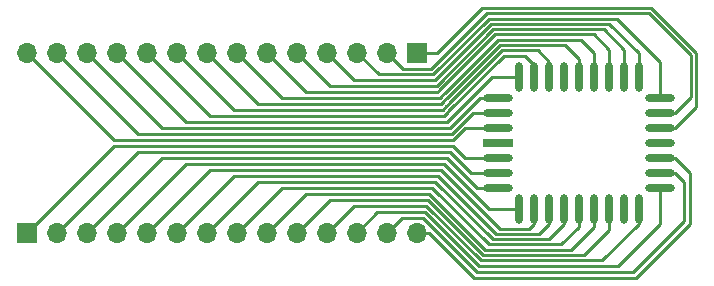
<source format=gbr>
%TF.GenerationSoftware,KiCad,Pcbnew,(6.0.0-0)*%
%TF.CreationDate,2022-01-31T01:53:58-05:00*%
%TF.ProjectId,PLCC32-Adapter,504c4343-3332-42d4-9164-61707465722e,rev?*%
%TF.SameCoordinates,Original*%
%TF.FileFunction,Copper,L1,Top*%
%TF.FilePolarity,Positive*%
%FSLAX46Y46*%
G04 Gerber Fmt 4.6, Leading zero omitted, Abs format (unit mm)*
G04 Created by KiCad (PCBNEW (6.0.0-0)) date 2022-01-31 01:53:58*
%MOMM*%
%LPD*%
G01*
G04 APERTURE LIST*
G04 Aperture macros list*
%AMRoundRect*
0 Rectangle with rounded corners*
0 $1 Rounding radius*
0 $2 $3 $4 $5 $6 $7 $8 $9 X,Y pos of 4 corners*
0 Add a 4 corners polygon primitive as box body*
4,1,4,$2,$3,$4,$5,$6,$7,$8,$9,$2,$3,0*
0 Add four circle primitives for the rounded corners*
1,1,$1+$1,$2,$3*
1,1,$1+$1,$4,$5*
1,1,$1+$1,$6,$7*
1,1,$1+$1,$8,$9*
0 Add four rect primitives between the rounded corners*
20,1,$1+$1,$2,$3,$4,$5,0*
20,1,$1+$1,$4,$5,$6,$7,0*
20,1,$1+$1,$6,$7,$8,$9,0*
20,1,$1+$1,$8,$9,$2,$3,0*%
G04 Aperture macros list end*
%TA.AperFunction,SMDPad,CuDef*%
%ADD10R,2.535553X0.644962*%
%TD*%
%TA.AperFunction,SMDPad,CuDef*%
%ADD11RoundRect,0.322481X0.945295X0.000000X0.945295X0.000000X-0.945295X0.000000X-0.945295X0.000000X0*%
%TD*%
%TA.AperFunction,SMDPad,CuDef*%
%ADD12RoundRect,0.322481X0.000000X-0.945295X0.000000X0.945295X0.000000X0.945295X0.000000X-0.945295X0*%
%TD*%
%TA.AperFunction,ComponentPad*%
%ADD13R,1.700000X1.700000*%
%TD*%
%TA.AperFunction,ComponentPad*%
%ADD14O,1.700000X1.700000*%
%TD*%
%TA.AperFunction,Conductor*%
%ADD15C,0.250000*%
%TD*%
G04 APERTURE END LIST*
D10*
%TO.P,U1,1,nc*%
%TO.N,unconnected-(U1-Pad1)*%
X147842448Y-112014000D03*
D11*
%TO.P,U1,2,A14*%
%TO.N,Net-(J2-Pad1)*%
X147842448Y-113284000D03*
%TO.P,U1,3,A12*%
%TO.N,Net-(J2-Pad2)*%
X147842448Y-114554000D03*
%TO.P,U1,4,A7*%
%TO.N,Net-(J2-Pad3)*%
X147842448Y-115824000D03*
D12*
%TO.P,U1,5,A6*%
%TO.N,Net-(J2-Pad4)*%
X149606000Y-117587552D03*
%TO.P,U1,6,A5*%
%TO.N,Net-(J2-Pad5)*%
X150876000Y-117587552D03*
%TO.P,U1,7,A4*%
%TO.N,Net-(J2-Pad6)*%
X152146000Y-117587552D03*
%TO.P,U1,8,A3*%
%TO.N,Net-(J2-Pad7)*%
X153416000Y-117587552D03*
%TO.P,U1,9,A2*%
%TO.N,Net-(J2-Pad8)*%
X154686000Y-117587552D03*
%TO.P,U1,10,A1*%
%TO.N,Net-(J2-Pad9)*%
X155956000Y-117587552D03*
%TO.P,U1,11,A0*%
%TO.N,Net-(J2-Pad10)*%
X157226000Y-117587552D03*
%TO.P,U1,12,nc*%
%TO.N,unconnected-(U1-Pad12)*%
X158496000Y-117587552D03*
%TO.P,U1,13,I/O0*%
%TO.N,Net-(J2-Pad11)*%
X159766000Y-117587552D03*
D11*
%TO.P,U1,14,I/O1*%
%TO.N,Net-(J2-Pad12)*%
X161529553Y-115824000D03*
%TO.P,U1,15,I/O2*%
%TO.N,Net-(J2-Pad13)*%
X161529553Y-114554000D03*
%TO.P,U1,16,Gnd*%
%TO.N,GND*%
X161529553Y-113284000D03*
%TO.P,U1,17,nc*%
%TO.N,unconnected-(U1-Pad17)*%
X161529553Y-112014000D03*
%TO.P,U1,18,I/O3*%
%TO.N,Net-(J1-Pad1)*%
X161529553Y-110744000D03*
%TO.P,U1,19,I/O4*%
%TO.N,Net-(J1-Pad2)*%
X161529553Y-109474000D03*
%TO.P,U1,20,I/O5*%
%TO.N,Net-(J1-Pad3)*%
X161529553Y-108204000D03*
D12*
%TO.P,U1,21,I/O6*%
%TO.N,Net-(J1-Pad4)*%
X159766000Y-106440447D03*
%TO.P,U1,22,I/O7*%
%TO.N,Net-(J1-Pad5)*%
X158496000Y-106440447D03*
%TO.P,U1,23,~{CE}*%
%TO.N,Net-(J1-Pad6)*%
X157226000Y-106440447D03*
%TO.P,U1,24,A10*%
%TO.N,Net-(J1-Pad7)*%
X155956000Y-106440447D03*
%TO.P,U1,25,~{OE}*%
%TO.N,Net-(J1-Pad8)*%
X154686000Y-106440447D03*
%TO.P,U1,26,NC*%
%TO.N,unconnected-(U1-Pad26)*%
X153416000Y-106440447D03*
%TO.P,U1,27,A11*%
%TO.N,Net-(J1-Pad9)*%
X152146000Y-106440447D03*
%TO.P,U1,28,A9*%
%TO.N,Net-(J1-Pad10)*%
X150876000Y-106440447D03*
%TO.P,U1,29,A8*%
%TO.N,Net-(J1-Pad11)*%
X149606000Y-106440447D03*
D11*
%TO.P,U1,30,A14*%
%TO.N,Net-(J1-Pad12)*%
X147842448Y-108204000D03*
%TO.P,U1,31,~{WE}*%
%TO.N,Net-(J1-Pad13)*%
X147842448Y-109474000D03*
%TO.P,U1,32,Vcc*%
%TO.N,VCC*%
X147842448Y-110744000D03*
%TD*%
D13*
%TO.P,J1,1,Pin_1*%
%TO.N,Net-(J1-Pad1)*%
X140970000Y-104394000D03*
D14*
%TO.P,J1,2,Pin_2*%
%TO.N,Net-(J1-Pad2)*%
X138430000Y-104394000D03*
%TO.P,J1,3,Pin_3*%
%TO.N,Net-(J1-Pad3)*%
X135890000Y-104394000D03*
%TO.P,J1,4,Pin_4*%
%TO.N,Net-(J1-Pad4)*%
X133350000Y-104394000D03*
%TO.P,J1,5,Pin_5*%
%TO.N,Net-(J1-Pad5)*%
X130810000Y-104394000D03*
%TO.P,J1,6,Pin_6*%
%TO.N,Net-(J1-Pad6)*%
X128270000Y-104394000D03*
%TO.P,J1,7,Pin_7*%
%TO.N,Net-(J1-Pad7)*%
X125730000Y-104394000D03*
%TO.P,J1,8,Pin_8*%
%TO.N,Net-(J1-Pad8)*%
X123190000Y-104394000D03*
%TO.P,J1,9,Pin_9*%
%TO.N,Net-(J1-Pad9)*%
X120650000Y-104394000D03*
%TO.P,J1,10,Pin_10*%
%TO.N,Net-(J1-Pad10)*%
X118110000Y-104394000D03*
%TO.P,J1,11,Pin_11*%
%TO.N,Net-(J1-Pad11)*%
X115570000Y-104394000D03*
%TO.P,J1,12,Pin_12*%
%TO.N,Net-(J1-Pad12)*%
X113030000Y-104394000D03*
%TO.P,J1,13,Pin_13*%
%TO.N,Net-(J1-Pad13)*%
X110490000Y-104394000D03*
%TO.P,J1,14,Pin_14*%
%TO.N,VCC*%
X107950000Y-104394000D03*
%TD*%
D13*
%TO.P,J2,1,Pin_1*%
%TO.N,Net-(J2-Pad1)*%
X107950000Y-119634000D03*
D14*
%TO.P,J2,2,Pin_2*%
%TO.N,Net-(J2-Pad2)*%
X110490000Y-119634000D03*
%TO.P,J2,3,Pin_3*%
%TO.N,Net-(J2-Pad3)*%
X113030000Y-119634000D03*
%TO.P,J2,4,Pin_4*%
%TO.N,Net-(J2-Pad4)*%
X115570000Y-119634000D03*
%TO.P,J2,5,Pin_5*%
%TO.N,Net-(J2-Pad5)*%
X118110000Y-119634000D03*
%TO.P,J2,6,Pin_6*%
%TO.N,Net-(J2-Pad6)*%
X120650000Y-119634000D03*
%TO.P,J2,7,Pin_7*%
%TO.N,Net-(J2-Pad7)*%
X123190000Y-119634000D03*
%TO.P,J2,8,Pin_8*%
%TO.N,Net-(J2-Pad8)*%
X125730000Y-119634000D03*
%TO.P,J2,9,Pin_9*%
%TO.N,Net-(J2-Pad9)*%
X128270000Y-119634000D03*
%TO.P,J2,10,Pin_10*%
%TO.N,Net-(J2-Pad10)*%
X130810000Y-119634000D03*
%TO.P,J2,11,Pin_11*%
%TO.N,Net-(J2-Pad11)*%
X133350000Y-119634000D03*
%TO.P,J2,12,Pin_12*%
%TO.N,Net-(J2-Pad12)*%
X135890000Y-119634000D03*
%TO.P,J2,13,Pin_13*%
%TO.N,Net-(J2-Pad13)*%
X138430000Y-119634000D03*
%TO.P,J2,14,Pin_14*%
%TO.N,GND*%
X140970000Y-119634000D03*
%TD*%
D15*
%TO.N,Net-(J1-Pad1)*%
X146428888Y-100584000D02*
X160783407Y-100584000D01*
X142618888Y-104394000D02*
X146428888Y-100584000D01*
X162814000Y-110744000D02*
X161529553Y-110744000D01*
X164592000Y-108966000D02*
X162814000Y-110744000D01*
X140970000Y-104394000D02*
X142618888Y-104394000D01*
X160783407Y-100584000D02*
X164592000Y-104392593D01*
X164592000Y-104392593D02*
X164592000Y-108966000D01*
%TO.N,Net-(J1-Pad2)*%
X162814000Y-109474000D02*
X161529553Y-109474000D01*
X142123022Y-105780978D02*
X146852089Y-101051911D01*
X138430000Y-104394000D02*
X139816978Y-105780978D01*
X164142489Y-108145511D02*
X162814000Y-109474000D01*
X160615615Y-101051911D02*
X164142489Y-104578785D01*
X139816978Y-105780978D02*
X142123022Y-105780978D01*
X164142489Y-104578785D02*
X164142489Y-108145511D01*
X146852089Y-101051911D02*
X160615615Y-101051911D01*
%TO.N,Net-(J1-Pad3)*%
X135890000Y-104394000D02*
X137726489Y-106230489D01*
X142309216Y-106230488D02*
X147038282Y-101501422D01*
X147038282Y-101501422D02*
X157869378Y-101501422D01*
X137726489Y-106230489D02*
X142309216Y-106230488D01*
X161529553Y-105161597D02*
X161529553Y-108204000D01*
X157869378Y-101501422D02*
X161529553Y-105161597D01*
%TO.N,Net-(J1-Pad4)*%
X135636000Y-106680000D02*
X142495410Y-106679998D01*
X159766000Y-104457148D02*
X159766000Y-106440447D01*
X142495410Y-106679998D02*
X147224475Y-101950933D01*
X147224475Y-101950933D02*
X157259785Y-101950933D01*
X157259785Y-101950933D02*
X159766000Y-104457148D01*
X133350000Y-104394000D02*
X135636000Y-106680000D01*
%TO.N,Net-(J1-Pad5)*%
X130810000Y-104394000D02*
X133604000Y-107188000D01*
X147410668Y-102400444D02*
X156756444Y-102400444D01*
X142623112Y-107188000D02*
X147410668Y-102400444D01*
X156756444Y-102400444D02*
X158496000Y-104140000D01*
X133604000Y-107188000D02*
X142623112Y-107188000D01*
X158496000Y-104140000D02*
X158496000Y-106440447D01*
%TO.N,Net-(J1-Pad6)*%
X131572000Y-107696000D02*
X142745184Y-107696000D01*
X142867798Y-107579018D02*
X147596861Y-102849955D01*
X128270000Y-104394000D02*
X131572000Y-107696000D01*
X157226000Y-104140000D02*
X157226000Y-106440447D01*
X142745184Y-107696000D02*
X142862166Y-107579018D01*
X147596861Y-102849955D02*
X155935955Y-102849955D01*
X142862166Y-107579018D02*
X142867798Y-107579018D01*
X155935955Y-102849955D02*
X157226000Y-104140000D01*
%TO.N,Net-(J1-Pad7)*%
X147783054Y-103299466D02*
X154861466Y-103299466D01*
X143317388Y-107765179D02*
X143317388Y-107765132D01*
X143054023Y-108028497D02*
X143054070Y-108028497D01*
X143054151Y-108028464D02*
X143188587Y-107893980D01*
X143053992Y-108028528D02*
X143054023Y-108028497D01*
X142872888Y-108204000D02*
X143048359Y-108028529D01*
X143054103Y-108028464D02*
X143054151Y-108028464D01*
X143317388Y-107765132D02*
X147783054Y-103299466D01*
X125730000Y-104394000D02*
X129540000Y-108204000D01*
X143054070Y-108028497D02*
X143054103Y-108028464D01*
X129540000Y-108204000D02*
X142872888Y-108204000D01*
X154861466Y-103299466D02*
X155956000Y-104394000D01*
X155956000Y-104394000D02*
X155956000Y-106440447D01*
X143188587Y-107893980D02*
X143317388Y-107765179D01*
X143048359Y-108028529D02*
X143053992Y-108028528D01*
%TO.N,Net-(J1-Pad8)*%
X143240186Y-108478038D02*
X143240216Y-108478008D01*
X154686000Y-104902000D02*
X154686000Y-106440447D01*
X143240216Y-108478008D02*
X143240264Y-108478007D01*
X143240425Y-108477942D02*
X143374861Y-108343458D01*
X143503662Y-108214657D02*
X143503662Y-108214611D01*
X143503662Y-108214611D02*
X143509265Y-108209006D01*
X143240264Y-108478007D02*
X143240296Y-108477975D01*
X153532977Y-103748977D02*
X154686000Y-104902000D01*
X143509265Y-108209006D02*
X143766899Y-107951372D01*
X143234554Y-108478038D02*
X143240186Y-108478038D01*
X127508000Y-108712000D02*
X143000592Y-108712000D01*
X147969247Y-103748977D02*
X153532977Y-103748977D01*
X123190000Y-104394000D02*
X127508000Y-108712000D01*
X143766899Y-107951325D02*
X147969247Y-103748977D01*
X143000592Y-108712000D02*
X143234554Y-108478038D01*
X143240344Y-108477975D02*
X143240377Y-108477942D01*
X143240296Y-108477975D02*
X143240344Y-108477975D01*
X143240377Y-108477942D02*
X143240425Y-108477942D01*
X143766899Y-107951372D02*
X143766899Y-107951325D01*
X143374861Y-108343458D02*
X143503662Y-108214657D01*
%TO.N,Net-(J1-Pad9)*%
X120650000Y-104394000D02*
X125476000Y-109220000D01*
X143953173Y-108400802D02*
X144216410Y-108137565D01*
X143953173Y-108400850D02*
X143953173Y-108400802D01*
X125476000Y-109220000D02*
X143128296Y-109220000D01*
X152146000Y-105156000D02*
X152146000Y-106440447D01*
X143689936Y-108664135D02*
X143689936Y-108664089D01*
X143430465Y-108923653D02*
X143435780Y-108923542D01*
X143426489Y-108927486D02*
X143426538Y-108927485D01*
X144216410Y-108137565D02*
X144216410Y-108137518D01*
X143426570Y-108927453D02*
X143426618Y-108927453D01*
X143128296Y-109220000D02*
X143420747Y-108927549D01*
X151188489Y-104198489D02*
X152146000Y-105156000D01*
X148155439Y-104198489D02*
X151188489Y-104198489D01*
X143689936Y-108664089D02*
X143695539Y-108658484D01*
X143426618Y-108927453D02*
X143426651Y-108927420D01*
X143426651Y-108927420D02*
X143426699Y-108927420D01*
X143426411Y-108927517D02*
X143426458Y-108927517D01*
X143559169Y-108794902D02*
X143689936Y-108664135D01*
X143695539Y-108658484D02*
X143953173Y-108400850D01*
X143435780Y-108923542D02*
X143559169Y-108794902D01*
X143420747Y-108927549D02*
X143426380Y-108927548D01*
X143426538Y-108927485D02*
X143426570Y-108927453D01*
X143426699Y-108927420D02*
X143430465Y-108923653D01*
X143426380Y-108927548D02*
X143426411Y-108927517D01*
X144216410Y-108137518D02*
X148155439Y-104198489D01*
X143426458Y-108927517D02*
X143426489Y-108927486D01*
%TO.N,Net-(J1-Pad10)*%
X143612892Y-109376931D02*
X143612917Y-109376906D01*
X143612844Y-109376931D02*
X143612892Y-109376931D01*
X143612952Y-109376906D02*
X143616648Y-109373209D01*
X143621864Y-109373103D02*
X143625616Y-109369194D01*
X143612684Y-109376995D02*
X143612732Y-109376995D01*
X150876000Y-105410000D02*
X150876000Y-106440447D01*
X148341632Y-104658741D02*
X148341632Y-104648000D01*
X143612574Y-109377058D02*
X143612604Y-109377028D01*
X143612604Y-109377028D02*
X143612652Y-109377027D01*
X143612732Y-109376995D02*
X143612763Y-109376964D01*
X143256000Y-109728000D02*
X143606942Y-109377058D01*
X143625616Y-109369194D02*
X143631297Y-109369076D01*
X143616648Y-109373209D02*
X143621864Y-109373103D01*
X143612917Y-109376906D02*
X143612952Y-109376906D01*
X143606942Y-109377058D02*
X143612574Y-109377058D01*
X150114000Y-104648000D02*
X150876000Y-105410000D01*
X143612812Y-109376963D02*
X143612844Y-109376931D01*
X118110000Y-104394000D02*
X123444000Y-109728000D01*
X148341632Y-104648000D02*
X150114000Y-104648000D01*
X123444000Y-109728000D02*
X143256000Y-109728000D01*
X143612763Y-109376964D02*
X143612812Y-109376963D01*
X143631297Y-109369076D02*
X148341632Y-104658741D01*
X143612652Y-109377027D02*
X143612684Y-109376995D01*
%TO.N,Net-(J1-Pad11)*%
X143510000Y-110236000D02*
X147305553Y-106440447D01*
X121412000Y-110236000D02*
X143510000Y-110236000D01*
X147305553Y-106440447D02*
X149606000Y-106440447D01*
X115570000Y-104394000D02*
X121412000Y-110236000D01*
%TO.N,Net-(J1-Pad12)*%
X143762592Y-110744000D02*
X146302592Y-108204000D01*
X119380000Y-110744000D02*
X143762592Y-110744000D01*
X146302592Y-108204000D02*
X147842448Y-108204000D01*
X113030000Y-104394000D02*
X119380000Y-110744000D01*
%TO.N,Net-(J1-Pad13)*%
X145668296Y-109474000D02*
X143890296Y-111252000D01*
X147842448Y-109474000D02*
X145668296Y-109474000D01*
X143890296Y-111252000D02*
X117348000Y-111252000D01*
X117348000Y-111252000D02*
X110490000Y-104394000D01*
%TO.N,Net-(J2-Pad1)*%
X115316000Y-112268000D02*
X107950000Y-119634000D01*
X144018000Y-112268000D02*
X115316000Y-112268000D01*
X147842448Y-113284000D02*
X145034000Y-113284000D01*
X145034000Y-113284000D02*
X144018000Y-112268000D01*
%TO.N,Net-(J2-Pad2)*%
X117348000Y-112776000D02*
X143764000Y-112776000D01*
X143764000Y-112776000D02*
X145542000Y-114554000D01*
X110490000Y-119634000D02*
X117348000Y-112776000D01*
X145542000Y-114554000D02*
X147842448Y-114554000D01*
%TO.N,Net-(J2-Pad3)*%
X147842448Y-115824000D02*
X146050000Y-115824000D01*
X146050000Y-115824000D02*
X143510000Y-113284000D01*
X143510000Y-113284000D02*
X119380000Y-113284000D01*
X119380000Y-113284000D02*
X113030000Y-119634000D01*
%TO.N,Net-(J2-Pad4)*%
X121412000Y-113792000D02*
X143256000Y-113792000D01*
X147051552Y-117587552D02*
X149606000Y-117587552D01*
X143256000Y-113792000D02*
X147051552Y-117587552D01*
X115570000Y-119634000D02*
X121412000Y-113792000D01*
%TO.N,Net-(J2-Pad5)*%
X150876000Y-118872000D02*
X150466576Y-119281424D01*
X150466576Y-119281424D02*
X147983423Y-119281423D01*
X147983423Y-119281423D02*
X143002000Y-114300000D01*
X150876000Y-117587552D02*
X150876000Y-118872000D01*
X123444000Y-114300000D02*
X118110000Y-119634000D01*
X143002000Y-114300000D02*
X123444000Y-114300000D01*
%TO.N,Net-(J2-Pad6)*%
X142748000Y-114808000D02*
X147670934Y-119730934D01*
X147670934Y-119730934D02*
X151287064Y-119730936D01*
X152146000Y-118872000D02*
X152146000Y-117587552D01*
X120650000Y-119634000D02*
X125476000Y-114808000D01*
X125476000Y-114808000D02*
X142748000Y-114808000D01*
X151287064Y-119730936D02*
X152146000Y-118872000D01*
%TO.N,Net-(J2-Pad7)*%
X153416000Y-118872000D02*
X152107553Y-120180447D01*
X153416000Y-117587552D02*
X153416000Y-118872000D01*
X142494000Y-115316000D02*
X127508000Y-115316000D01*
X127508000Y-115316000D02*
X123190000Y-119634000D01*
X147358445Y-120180445D02*
X142494000Y-115316000D01*
X152107553Y-120180447D02*
X147358445Y-120180445D01*
%TO.N,Net-(J2-Pad8)*%
X129540000Y-115824000D02*
X142240000Y-115824000D01*
X125730000Y-119634000D02*
X129540000Y-115824000D01*
X153182044Y-120629956D02*
X154686000Y-119126000D01*
X147045956Y-120629956D02*
X153182044Y-120629956D01*
X142240000Y-115824000D02*
X147045956Y-120629956D01*
X154686000Y-119126000D02*
X154686000Y-117587552D01*
%TO.N,Net-(J2-Pad9)*%
X155956000Y-119126000D02*
X154002533Y-121079467D01*
X154002533Y-121079467D02*
X146736283Y-121079467D01*
X141988816Y-116332000D02*
X131572000Y-116332000D01*
X146736283Y-121079467D02*
X141988816Y-116332000D01*
X155956000Y-117587552D02*
X155956000Y-119126000D01*
X131572000Y-116332000D02*
X128270000Y-119634000D01*
%TO.N,Net-(J2-Pad10)*%
X133604000Y-116840000D02*
X141861112Y-116840000D01*
X157226000Y-119380000D02*
X157226000Y-117587552D01*
X146550090Y-121528978D02*
X155077022Y-121528978D01*
X130810000Y-119634000D02*
X133604000Y-116840000D01*
X141861112Y-116840000D02*
X146550090Y-121528978D01*
X155077022Y-121528978D02*
X157226000Y-119380000D01*
%TO.N,Net-(J2-Pad11)*%
X135636000Y-117348000D02*
X141733408Y-117348000D01*
X156659511Y-121978489D02*
X159766000Y-118872000D01*
X141733408Y-117348000D02*
X146363897Y-121978489D01*
X159766000Y-118872000D02*
X159766000Y-117587552D01*
X146363897Y-121978489D02*
X156659511Y-121978489D01*
X133350000Y-119634000D02*
X135636000Y-117348000D01*
%TO.N,Net-(J2-Pad12)*%
X157988000Y-122428000D02*
X161529553Y-118886447D01*
X135890000Y-119634000D02*
X137609510Y-117914490D01*
X137609510Y-117914490D02*
X141664194Y-117914490D01*
X141664194Y-117914490D02*
X146177704Y-122428000D01*
X161529553Y-118886447D02*
X161529553Y-115824000D01*
X146177704Y-122428000D02*
X157988000Y-122428000D01*
%TO.N,Net-(J2-Pad13)*%
X141478000Y-118364000D02*
X139700000Y-118364000D01*
X139700000Y-118364000D02*
X138430000Y-119634000D01*
X163576000Y-115316000D02*
X163576000Y-118618000D01*
X159258000Y-122936000D02*
X146050000Y-122936000D01*
X146050000Y-122936000D02*
X141478000Y-118364000D01*
X161529553Y-114554000D02*
X162814000Y-114554000D01*
X163576000Y-118618000D02*
X159258000Y-122936000D01*
X162814000Y-114554000D02*
X163576000Y-115316000D01*
%TO.N,VCC*%
X115316000Y-111760000D02*
X144018000Y-111760000D01*
X107950000Y-104394000D02*
X115316000Y-111760000D01*
X144018000Y-111760000D02*
X145034000Y-110744000D01*
X145034000Y-110744000D02*
X147842448Y-110744000D01*
%TO.N,GND*%
X145796000Y-123444000D02*
X159512000Y-123444000D01*
X162814000Y-113284000D02*
X161529553Y-113284000D01*
X159512000Y-123444000D02*
X164084000Y-118872000D01*
X164084000Y-118872000D02*
X164084000Y-114554000D01*
X140970000Y-119634000D02*
X141986000Y-119634000D01*
X141986000Y-119634000D02*
X145796000Y-123444000D01*
X164084000Y-114554000D02*
X162814000Y-113284000D01*
%TD*%
M02*

</source>
